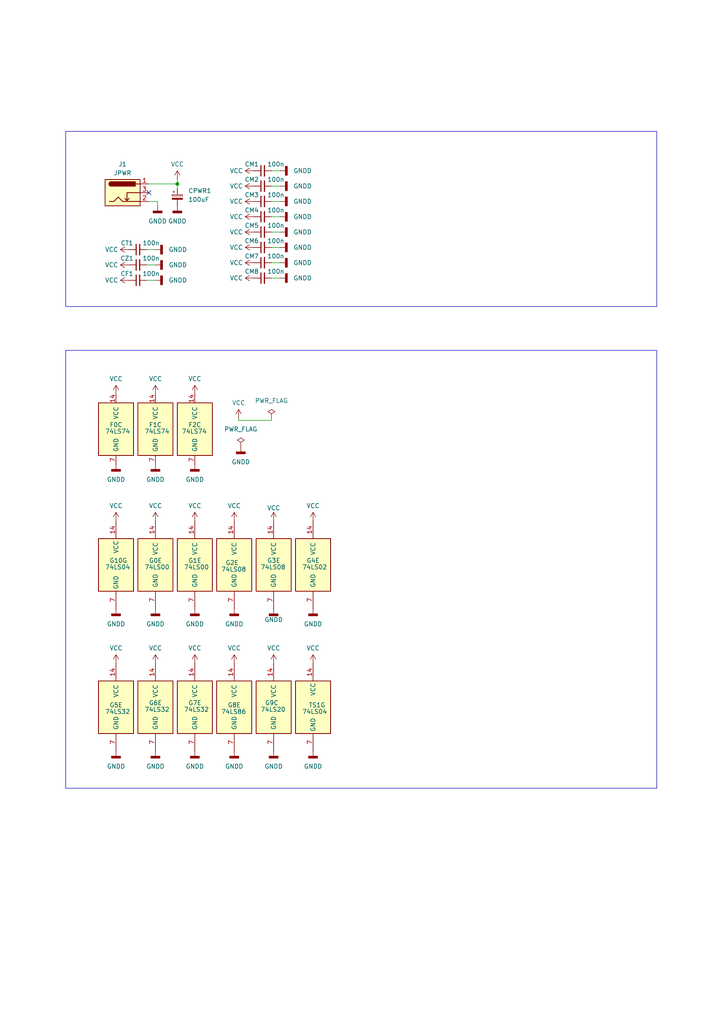
<source format=kicad_sch>
(kicad_sch (version 20231120) (generator "eeschema") (generator_version "8.0")
  (paper "A4" portrait)
  (title_block (title "Turbo Spectrum ( CoBra 2 ) ") (company "© 2022 The Cismas Foundation"))
  (lib_symbols
    (symbol "74xx:74LS00" (pin_names (offset 1.016))
      (property "Reference" "U" (at 0 1.27 0))
      (property "Value" "74LS00" (at 0 -1.27 0))
      (symbol "74LS00_1_1"
        (pin input line (at -7.62 2.54 0) (length 3.81) (name "~") (number "1"))
        (pin input line (at -7.62 -2.54 0) (length 3.81) (name "~") (number "2"))
        (pin output inverted (at 7.62 0 180) (length 3.81) (name "~") (number "3"))
      )
      (symbol "74LS00_1_2"
        (pin input inverted (at -7.62 2.54 0) (length 4.318) (name "~") (number "1"))
        (pin input inverted (at -7.62 -2.54 0) (length 4.318) (name "~") (number "2"))
        (pin output line (at 7.62 0 180) (length 3.81) (name "~") (number "3"))
      )
      (symbol "74LS00_2_1"
        (pin input line (at -7.62 2.54 0) (length 3.81) (name "~") (number "4"))
        (pin input line (at -7.62 -2.54 0) (length 3.81) (name "~") (number "5"))
        (pin output inverted (at 7.62 0 180) (length 3.81) (name "~") (number "6"))
      )
      (symbol "74LS00_2_2"
        (pin input inverted (at -7.62 2.54 0) (length 4.318) (name "~") (number "4"))
        (pin input inverted (at -7.62 -2.54 0) (length 4.318) (name "~") (number "5"))
        (pin output line (at 7.62 0 180) (length 3.81) (name "~") (number "6"))
      )
      (symbol "74LS00_3_1"
        (pin input line (at -7.62 -2.54 0) (length 3.81) (name "~") (number "10"))
        (pin output inverted (at 7.62 0 180) (length 3.81) (name "~") (number "8"))
        (pin input line (at -7.62 2.54 0) (length 3.81) (name "~") (number "9"))
      )
      (symbol "74LS00_3_2"
        (pin input inverted (at -7.62 -2.54 0) (length 4.318) (name "~") (number "10"))
        (pin output line (at 7.62 0 180) (length 3.81) (name "~") (number "8"))
        (pin input inverted (at -7.62 2.54 0) (length 4.318) (name "~") (number "9"))
      )
      (symbol "74LS00_4_1"
        (pin output inverted (at 7.62 0 180) (length 3.81) (name "~") (number "11"))
        (pin input line (at -7.62 2.54 0) (length 3.81) (name "~") (number "12"))
        (pin input line (at -7.62 -2.54 0) (length 3.81) (name "~") (number "13"))
      )
      (symbol "74LS00_4_2"
        (pin output line (at 7.62 0 180) (length 3.81) (name "~") (number "11"))
        (pin input inverted (at -7.62 2.54 0) (length 4.318) (name "~") (number "12"))
        (pin input inverted (at -7.62 -2.54 0) (length 4.318) (name "~") (number "13"))
      )
      (symbol "74LS00_5_0"
        (pin power_in line (at 0 12.7 270) (length 5.08) (name "VCC") (number "14"))
        (pin power_in line (at 0 -12.7 90) (length 5.08) (name "GND") (number "7"))
      )
    )
    (symbol "74xx:74LS02" (pin_names (offset 1.016))
      (property "Reference" "U" (at 0 1.27 0))
      (property "Value" "74LS02" (at 0 -1.27 0))
      (symbol "74LS02_1_1"
        (pin output inverted (at 7.62 0 180) (length 3.81) (name "~") (number "1"))
        (pin input line (at -7.62 2.54 0) (length 4.318) (name "~") (number "2"))
        (pin input line (at -7.62 -2.54 0) (length 4.318) (name "~") (number "3"))
      )
      (symbol "74LS02_1_2"
        (pin output line (at 7.62 0 180) (length 3.81) (name "~") (number "1"))
        (pin input inverted (at -7.62 2.54 0) (length 3.81) (name "~") (number "2"))
        (pin input inverted (at -7.62 -2.54 0) (length 3.81) (name "~") (number "3"))
      )
      (symbol "74LS02_2_1"
        (pin output inverted (at 7.62 0 180) (length 3.81) (name "~") (number "4"))
        (pin input line (at -7.62 2.54 0) (length 4.318) (name "~") (number "5"))
        (pin input line (at -7.62 -2.54 0) (length 4.318) (name "~") (number "6"))
      )
      (symbol "74LS02_2_2"
        (pin output line (at 7.62 0 180) (length 3.81) (name "~") (number "4"))
        (pin input inverted (at -7.62 2.54 0) (length 3.81) (name "~") (number "5"))
        (pin input inverted (at -7.62 -2.54 0) (length 3.81) (name "~") (number "6"))
      )
      (symbol "74LS02_3_1"
        (pin output inverted (at 7.62 0 180) (length 3.81) (name "~") (number "10"))
        (pin input line (at -7.62 2.54 0) (length 4.318) (name "~") (number "8"))
        (pin input line (at -7.62 -2.54 0) (length 4.318) (name "~") (number "9"))
      )
      (symbol "74LS02_3_2"
        (pin output line (at 7.62 0 180) (length 3.81) (name "~") (number "10"))
        (pin input inverted (at -7.62 2.54 0) (length 3.81) (name "~") (number "8"))
        (pin input inverted (at -7.62 -2.54 0) (length 3.81) (name "~") (number "9"))
      )
      (symbol "74LS02_4_1"
        (pin input line (at -7.62 2.54 0) (length 4.318) (name "~") (number "11"))
        (pin input line (at -7.62 -2.54 0) (length 4.318) (name "~") (number "12"))
        (pin output inverted (at 7.62 0 180) (length 3.81) (name "~") (number "13"))
      )
      (symbol "74LS02_4_2"
        (pin input inverted (at -7.62 2.54 0) (length 3.81) (name "~") (number "11"))
        (pin input inverted (at -7.62 -2.54 0) (length 3.81) (name "~") (number "12"))
        (pin output line (at 7.62 0 180) (length 3.81) (name "~") (number "13"))
      )
      (symbol "74LS02_5_0"
        (pin power_in line (at 0 12.7 270) (length 5.08) (name "VCC") (number "14"))
        (pin power_in line (at 0 -12.7 90) (length 5.08) (name "GND") (number "7"))
      )
    )
    (symbol "74xx:74LS04"
      (property "Reference" "U" (at 0 1.27 0))
      (property "Value" "74LS04" (at 0 -1.27 0))
      (symbol "74LS04_1_0"
        (pin input line (at -7.62 0 0) (length 3.81) (name "~") (number "1"))
        (pin output inverted (at 7.62 0 180) (length 3.81) (name "~") (number "2"))
      )
      (symbol "74LS04_2_0"
        (pin input line (at -7.62 0 0) (length 3.81) (name "~") (number "3"))
        (pin output inverted (at 7.62 0 180) (length 3.81) (name "~") (number "4"))
      )
      (symbol "74LS04_3_0"
        (pin input line (at -7.62 0 0) (length 3.81) (name "~") (number "5"))
        (pin output inverted (at 7.62 0 180) (length 3.81) (name "~") (number "6"))
      )
      (symbol "74LS04_4_0"
        (pin output inverted (at 7.62 0 180) (length 3.81) (name "~") (number "8"))
        (pin input line (at -7.62 0 0) (length 3.81) (name "~") (number "9"))
      )
      (symbol "74LS04_5_0"
        (pin output inverted (at 7.62 0 180) (length 3.81) (name "~") (number "10"))
        (pin input line (at -7.62 0 0) (length 3.81) (name "~") (number "11"))
      )
      (symbol "74LS04_6_0"
        (pin output inverted (at 7.62 0 180) (length 3.81) (name "~") (number "12"))
        (pin input line (at -7.62 0 0) (length 3.81) (name "~") (number "13"))
      )
      (symbol "74LS04_7_0"
        (pin power_in line (at 0 12.7 270) (length 5.08) (name "VCC") (number "14"))
        (pin power_in line (at 0 -12.7 90) (length 5.08) (name "GND") (number "7"))
      )
    )
    (symbol "74xx:74LS08" (pin_names (offset 1.016))
      (property "Reference" "U" (at 0 1.27 0))
      (property "Value" "74LS08" (at 0 -1.27 0))
      (symbol "74LS08_1_1"
        (pin input line (at -7.62 2.54 0) (length 3.81) (name "~") (number "1"))
        (pin input line (at -7.62 -2.54 0) (length 3.81) (name "~") (number "2"))
        (pin output line (at 7.62 0 180) (length 3.81) (name "~") (number "3"))
      )
      (symbol "74LS08_1_2"
        (pin input inverted (at -7.62 2.54 0) (length 4.318) (name "~") (number "1"))
        (pin input inverted (at -7.62 -2.54 0) (length 4.318) (name "~") (number "2"))
        (pin output inverted (at 7.62 0 180) (length 3.81) (name "~") (number "3"))
      )
      (symbol "74LS08_2_1"
        (pin input line (at -7.62 2.54 0) (length 3.81) (name "~") (number "4"))
        (pin input line (at -7.62 -2.54 0) (length 3.81) (name "~") (number "5"))
        (pin output line (at 7.62 0 180) (length 3.81) (name "~") (number "6"))
      )
      (symbol "74LS08_2_2"
        (pin input inverted (at -7.62 2.54 0) (length 4.318) (name "~") (number "4"))
        (pin input inverted (at -7.62 -2.54 0) (length 4.318) (name "~") (number "5"))
        (pin output inverted (at 7.62 0 180) (length 3.81) (name "~") (number "6"))
      )
      (symbol "74LS08_3_1"
        (pin input line (at -7.62 -2.54 0) (length 3.81) (name "~") (number "10"))
        (pin output line (at 7.62 0 180) (length 3.81) (name "~") (number "8"))
        (pin input line (at -7.62 2.54 0) (length 3.81) (name "~") (number "9"))
      )
      (symbol "74LS08_3_2"
        (pin input inverted (at -7.62 -2.54 0) (length 4.318) (name "~") (number "10"))
        (pin output inverted (at 7.62 0 180) (length 3.81) (name "~") (number "8"))
        (pin input inverted (at -7.62 2.54 0) (length 4.318) (name "~") (number "9"))
      )
      (symbol "74LS08_4_1"
        (pin output line (at 7.62 0 180) (length 3.81) (name "~") (number "11"))
        (pin input line (at -7.62 2.54 0) (length 3.81) (name "~") (number "12"))
        (pin input line (at -7.62 -2.54 0) (length 3.81) (name "~") (number "13"))
      )
      (symbol "74LS08_4_2"
        (pin output inverted (at 7.62 0 180) (length 3.81) (name "~") (number "11"))
        (pin input inverted (at -7.62 2.54 0) (length 4.318) (name "~") (number "12"))
        (pin input inverted (at -7.62 -2.54 0) (length 4.318) (name "~") (number "13"))
      )
      (symbol "74LS08_5_0"
        (pin power_in line (at 0 12.7 270) (length 5.08) (name "VCC") (number "14"))
        (pin power_in line (at 0 -12.7 90) (length 5.08) (name "GND") (number "7"))
      )
    )
    (symbol "74xx:74LS20" (pin_names (offset 1.016))
      (property "Reference" "U" (at 0 1.27 0))
      (property "Value" "74LS20" (at 0 -1.27 0))
      (symbol "74LS20_1_1"
        (pin input line (at -7.62 3.81 0) (length 3.81) (name "~") (number "1"))
        (pin input line (at -7.62 1.27 0) (length 3.81) (name "~") (number "2"))
        (pin input line (at -7.62 -1.27 0) (length 3.81) (name "~") (number "4"))
        (pin input line (at -7.62 -3.81 0) (length 3.81) (name "~") (number "5"))
        (pin output inverted (at 7.62 0 180) (length 3.81) (name "~") (number "6"))
      )
      (symbol "74LS20_1_2"
        (pin input inverted (at -7.62 3.81 0) (length 3.81) (name "~") (number "1"))
        (pin input inverted (at -7.62 1.27 0) (length 4.826) (name "~") (number "2"))
        (pin input inverted (at -7.62 -1.27 0) (length 4.826) (name "~") (number "4"))
        (pin input inverted (at -7.62 -3.81 0) (length 3.81) (name "~") (number "5"))
        (pin output line (at 7.62 0 180) (length 3.81) (name "~") (number "6"))
      )
      (symbol "74LS20_2_1"
        (pin input line (at -7.62 1.27 0) (length 3.81) (name "~") (number "10"))
        (pin input line (at -7.62 -1.27 0) (length 3.81) (name "~") (number "12"))
        (pin input line (at -7.62 -3.81 0) (length 3.81) (name "~") (number "13"))
        (pin output inverted (at 7.62 0 180) (length 3.81) (name "~") (number "8"))
        (pin input line (at -7.62 3.81 0) (length 3.81) (name "~") (number "9"))
      )
      (symbol "74LS20_2_2"
        (pin input inverted (at -7.62 1.27 0) (length 4.826) (name "~") (number "10"))
        (pin input inverted (at -7.62 -1.27 0) (length 4.826) (name "~") (number "12"))
        (pin input inverted (at -7.62 -3.81 0) (length 3.81) (name "~") (number "13"))
        (pin output line (at 7.62 0 180) (length 3.81) (name "~") (number "8"))
        (pin input inverted (at -7.62 3.81 0) (length 3.81) (name "~") (number "9"))
      )
      (symbol "74LS20_3_0"
        (pin power_in line (at 0 12.7 270) (length 5.08) (name "VCC") (number "14"))
        (pin power_in line (at 0 -12.7 90) (length 5.08) (name "GND") (number "7"))
      )
    )
    (symbol "74xx:74LS32" (pin_names (offset 1.016))
      (property "Reference" "U" (at 0 1.27 0))
      (property "Value" "74LS32" (at 0 -1.27 0))
      (symbol "74LS32_1_1"
        (pin input line (at -7.62 2.54 0) (length 4.318) (name "~") (number "1"))
        (pin input line (at -7.62 -2.54 0) (length 4.318) (name "~") (number "2"))
        (pin output line (at 7.62 0 180) (length 3.81) (name "~") (number "3"))
      )
      (symbol "74LS32_1_2"
        (pin input inverted (at -7.62 2.54 0) (length 3.81) (name "~") (number "1"))
        (pin input inverted (at -7.62 -2.54 0) (length 3.81) (name "~") (number "2"))
        (pin output inverted (at 7.62 0 180) (length 3.81) (name "~") (number "3"))
      )
      (symbol "74LS32_2_1"
        (pin input line (at -7.62 2.54 0) (length 4.318) (name "~") (number "4"))
        (pin input line (at -7.62 -2.54 0) (length 4.318) (name "~") (number "5"))
        (pin output line (at 7.62 0 180) (length 3.81) (name "~") (number "6"))
      )
      (symbol "74LS32_2_2"
        (pin input inverted (at -7.62 2.54 0) (length 3.81) (name "~") (number "4"))
        (pin input inverted (at -7.62 -2.54 0) (length 3.81) (name "~") (number "5"))
        (pin output inverted (at 7.62 0 180) (length 3.81) (name "~") (number "6"))
      )
      (symbol "74LS32_3_1"
        (pin input line (at -7.62 -2.54 0) (length 4.318) (name "~") (number "10"))
        (pin output line (at 7.62 0 180) (length 3.81) (name "~") (number "8"))
        (pin input line (at -7.62 2.54 0) (length 4.318) (name "~") (number "9"))
      )
      (symbol "74LS32_3_2"
        (pin input inverted (at -7.62 -2.54 0) (length 3.81) (name "~") (number "10"))
        (pin output inverted (at 7.62 0 180) (length 3.81) (name "~") (number "8"))
        (pin input inverted (at -7.62 2.54 0) (length 3.81) (name "~") (number "9"))
      )
      (symbol "74LS32_4_1"
        (pin output line (at 7.62 0 180) (length 3.81) (name "~") (number "11"))
        (pin input line (at -7.62 2.54 0) (length 4.318) (name "~") (number "12"))
        (pin input line (at -7.62 -2.54 0) (length 4.318) (name "~") (number "13"))
      )
      (symbol "74LS32_4_2"
        (pin output inverted (at 7.62 0 180) (length 3.81) (name "~") (number "11"))
        (pin input inverted (at -7.62 2.54 0) (length 3.81) (name "~") (number "12"))
        (pin input inverted (at -7.62 -2.54 0) (length 3.81) (name "~") (number "13"))
      )
      (symbol "74LS32_5_0"
        (pin power_in line (at 0 12.7 270) (length 5.08) (name "VCC") (number "14"))
        (pin power_in line (at 0 -12.7 90) (length 5.08) (name "GND") (number "7"))
      )
    )
    (symbol "74xx:74LS74" (pin_names (offset 1.016))
      (property "Reference" "U" (at -7.62 8.89 0))
      (property "Value" "74LS74" (at -7.62 -8.89 0))
      (symbol "74LS74_1_0"
        (pin input line (at 0 -7.62 90) (length 2.54) (name "~{R}") (number "1"))
        (pin input line (at -7.62 2.54 0) (length 2.54) (name "D") (number "2"))
        (pin input clock (at -7.62 0 0) (length 2.54) (name "C") (number "3"))
        (pin input line (at 0 7.62 270) (length 2.54) (name "~{S}") (number "4"))
        (pin output line (at 7.62 2.54 180) (length 2.54) (name "Q") (number "5"))
        (pin output line (at 7.62 -2.54 180) (length 2.54) (name "~{Q}") (number "6"))
      )
      (symbol "74LS74_2_0"
        (pin input line (at 0 7.62 270) (length 2.54) (name "~{S}") (number "10"))
        (pin input clock (at -7.62 0 0) (length 2.54) (name "C") (number "11"))
        (pin input line (at -7.62 2.54 0) (length 2.54) (name "D") (number "12"))
        (pin input line (at 0 -7.62 90) (length 2.54) (name "~{R}") (number "13"))
        (pin output line (at 7.62 -2.54 180) (length 2.54) (name "~{Q}") (number "8"))
        (pin output line (at 7.62 2.54 180) (length 2.54) (name "Q") (number "9"))
      )
      (symbol "74LS74_3_0"
        (pin power_in line (at 0 10.16 270) (length 2.54) (name "VCC") (number "14"))
        (pin power_in line (at 0 -10.16 90) (length 2.54) (name "GND") (number "7"))
      )
    )
    (symbol "74xx:74LS86" (pin_names (offset 1.016))
      (property "Reference" "U" (at 0 1.27 0))
      (property "Value" "74LS86" (at 0 -1.27 0))
      (symbol "74LS86_1_0"
        (pin input line (at -7.62 2.54 0) (length 4.445) (name "~") (number "1"))
        (pin input line (at -7.62 -2.54 0) (length 4.445) (name "~") (number "2"))
        (pin output line (at 7.62 0 180) (length 3.81) (name "~") (number "3"))
      )
      (symbol "74LS86_2_0"
        (pin input line (at -7.62 2.54 0) (length 4.445) (name "~") (number "4"))
        (pin input line (at -7.62 -2.54 0) (length 4.445) (name "~") (number "5"))
        (pin output line (at 7.62 0 180) (length 3.81) (name "~") (number "6"))
      )
      (symbol "74LS86_3_0"
        (pin input line (at -7.62 -2.54 0) (length 4.445) (name "~") (number "10"))
        (pin output line (at 7.62 0 180) (length 3.81) (name "~") (number "8"))
        (pin input line (at -7.62 2.54 0) (length 4.445) (name "~") (number "9"))
      )
      (symbol "74LS86_4_0"
        (pin output line (at 7.62 0 180) (length 3.81) (name "~") (number "11"))
        (pin input line (at -7.62 2.54 0) (length 4.445) (name "~") (number "12"))
        (pin input line (at -7.62 -2.54 0) (length 4.445) (name "~") (number "13"))
      )
      (symbol "74LS86_5_0"
        (pin power_in line (at 0 12.7 270) (length 5.08) (name "VCC") (number "14"))
        (pin power_in line (at 0 -12.7 90) (length 5.08) (name "GND") (number "7"))
      )
    )
    (symbol "Connector:Barrel_Jack_Switch" (pin_names hide)
      (property "Reference" "J" (at 0 5.334 0))
      (property "Value" "Barrel_Jack_Switch" (at 0 -5.08 0))
      (symbol "Barrel_Jack_Switch_1_1"
        (pin passive line (at 7.62 2.54 180) (length 2.54) (name "~") (number "1"))
        (pin passive line (at 7.62 -2.54 180) (length 2.54) (name "~") (number "2"))
        (pin passive line (at 7.62 0 180) (length 2.54) (name "~") (number "3"))
      )
    )
    (symbol "Device:C_Polarized_Small" (pin_numbers hide) (pin_names (offset 0.254) hide)
      (property "Reference" "C" (at 0.254 1.778 0))
      (property "Value" "C_Polarized_Small" (at 0.254 -2.032 0))
      (symbol "C_Polarized_Small_1_1"
        (pin passive line (at 0 2.54 270) (length 1.8542) (name "~") (number "1"))
        (pin passive line (at 0 -2.54 90) (length 1.8542) (name "~") (number "2"))
      )
    )
    (symbol "Device:C_Small" (pin_numbers hide) (pin_names (offset 0.254) hide)
      (property "Reference" "C" (at 0.254 1.778 0))
      (property "Value" "C_Small" (at 0.254 -2.032 0))
      (symbol "C_Small_1_1"
        (pin passive line (at 0 2.54 270) (length 2.032) (name "~") (number "1"))
        (pin passive line (at 0 -2.54 90) (length 2.032) (name "~") (number "2"))
      )
    )
    (symbol "power:GNDD" (power) (pin_numbers hide) (pin_names (offset 0) hide)
      (property "Value" "GNDD" (at 0 -3.175 0))
      (symbol "GNDD_1_1"
        (pin power_in line (at 0 0 270) (length 0) (name "~") (number "1"))
      )
    )
    (symbol "power:PWR_FLAG" (power) (pin_numbers hide) (pin_names (offset 0) hide)
      (property "Value" "PWR_FLAG" (at 0 3.81 0))
      (symbol "PWR_FLAG_0_0"
        (pin power_out line (at 0 0 90) (length 0) (name "~") (number "1"))
      )
    )
    (symbol "power:VCC" (power) (pin_numbers hide) (pin_names (offset 0) hide)
      (property "Value" "VCC" (at 0 3.556 0))
      (symbol "VCC_1_1"
        (pin power_in line (at 0 0 90) (length 0) (name "~") (number "1"))
      )
    )
  )
  (junction (at 51.435 53.34))
  (no_connect (at 43.18 55.88))
  (wire (pts (xy 78.74 121.285) (xy 78.74 121.92)))
  (wire (pts (xy 81.28 58.42) (xy 78.74 58.42)))
  (wire (pts (xy 81.28 62.865) (xy 78.74 62.865)))
  (wire (pts (xy 45.085 76.835) (xy 42.545 76.835)))
  (wire (pts (xy 51.435 53.34) (xy 51.435 54.61)))
  (wire (pts (xy 45.085 81.28) (xy 42.545 81.28)))
  (wire (pts (xy 45.72 58.42) (xy 45.72 59.69)))
  (wire (pts (xy 81.28 76.2) (xy 78.74 76.2)))
  (wire (pts (xy 51.435 52.07) (xy 51.435 53.34)))
  (wire (pts (xy 81.28 71.755) (xy 78.74 71.755)))
  (wire (pts (xy 81.28 80.645) (xy 78.74 80.645)))
  (wire (pts (xy 43.18 53.34) (xy 51.435 53.34)))
  (wire (pts (xy 69.215 121.92) (xy 78.74 121.92)))
  (wire (pts (xy 45.085 72.39) (xy 42.545 72.39)))
  (wire (pts (xy 81.28 53.975) (xy 78.74 53.975)))
  (wire (pts (xy 81.28 49.53) (xy 78.74 49.53)))
  (wire (pts (xy 69.215 121.285) (xy 69.215 121.92)))
  (wire (pts (xy 43.18 58.42) (xy 45.72 58.42)))
  (wire (pts (xy 81.28 67.31) (xy 78.74 67.31)))
  (rectangle (start 19.05 38.1) (end 190.5 88.9))
  (rectangle (start 19.05 101.6) (end 190.5 228.6))
  (symbol (lib_id "power:VCC") (at 90.805 151.13 0) (unit 1)
    (property "Reference" "#PWR010" (effects (hide yes)))
    (property "Value" "VCC" (at 90.805 146.685 0))
    (property "Description" "Power symbol creates a global label with name \"VCC\"" (effects (hide yes)))
  )
  (symbol (lib_id "Connector:Barrel_Jack_Switch") (at 35.56 55.88 0) (unit 1)
    (property "Reference" "J1" (at 35.56 47.625 0))
    (property "Value" "JPWR" (at 35.56 50.165 0))
    (property "Footprint" "Connector_BarrelJack:BarrelJack_GCT_DCJ200-10-A_Horizontal" (effects (hide yes)))
    (property "Description" "DC Barrel Jack with an internal switch" (effects (hide yes)))
  )
  (symbol (lib_id "Device:C_Small") (at 76.2 71.755 90) (unit 1)
    (property "Reference" "CM6" (at 73.025 69.85 90))
    (property "Value" "100n" (at 80.01 69.85 90))
    (property "Footprint" "Capacitor_THT:C_Disc_D3.0mm_W1.6mm_P2.50mm" (effects (hide yes)))
    (property "Description" "Unpolarized capacitor, small symbol" (effects (hide yes)))
  )
  (symbol (lib_id "power:VCC") (at 33.655 192.405 0) (unit 1)
    (property "Reference" "#PWR022" (effects (hide yes)))
    (property "Value" "VCC" (at 33.655 187.96 0))
    (property "Description" "Power symbol creates a global label with name \"VCC\"" (effects (hide yes)))
  )
  (symbol (lib_id "power:VCC") (at 37.465 81.28 90) (unit 1)
    (property "Reference" "#PWR07" (effects (hide yes)))
    (property "Value" "VCC" (at 34.29 81.2799 90) (effects (justify left)))
    (property "Description" "Power symbol creates a global label with name \"VCC\"" (effects (hide yes)))
  )
  (symbol (lib_id "power:GNDD") (at 81.28 67.31 90) (unit 1)
    (property "Reference" "#PWR0117" (effects (hide yes)))
    (property "Value" "GNDD" (at 85.09 67.3099 90) (effects (justify right)))
    (property "Description" "Power symbol creates a global label with name \"GNDD\" , digital ground" (effects (hide yes)))
  )
  (symbol (lib_id "power:VCC") (at 56.515 114.3 0) (unit 1)
    (property "Reference" "#PWR08" (effects (hide yes)))
    (property "Value" "VCC" (at 56.515 109.855 0))
    (property "Description" "Power symbol creates a global label with name \"VCC\"" (effects (hide yes)))
  )
  (symbol (lib_id "74xx:74LS02") (at 90.805 163.83 0) (unit 5)
    (property "Reference" "G4" (at 88.9 162.56 0) (effects (justify left)))
    (property "Value" "74LS02" (at 87.63 164.465 0) (effects (justify left)))
    (property "Footprint" "Package_DIP:DIP-14_W7.62mm" (effects (hide yes)))
    (property "Datasheet" "http://www.ti.com/lit/gpn/sn74ls02" (effects (hide yes)))
    (property "Description" "quad 2-input NOR gate" (effects (hide yes)))
  )
  (symbol (lib_id "power:GNDD") (at 33.655 134.62 0) (unit 1)
    (property "Reference" "#PWR0207" (effects (hide yes)))
    (property "Value" "GNDD" (at 33.655 139.065 0))
    (property "Description" "Power symbol creates a global label with name \"GNDD\" , digital ground" (effects (hide yes)))
  )
  (symbol (lib_id "74xx:74LS08") (at 79.375 163.83 0) (unit 5)
    (property "Reference" "G3" (at 77.47 162.56 0) (effects (justify left)))
    (property "Value" "74LS08" (at 75.565 164.465 0) (effects (justify left)))
    (property "Footprint" "Package_DIP:DIP-14_W7.62mm" (effects (hide yes)))
    (property "Datasheet" "http://www.ti.com/lit/gpn/sn74LS08" (effects (hide yes)))
    (property "Description" "Quad And2" (effects (hide yes)))
  )
  (symbol (lib_id "power:GNDD") (at 67.945 217.805 0) (unit 1)
    (property "Reference" "#PWR0110" (effects (hide yes)))
    (property "Value" "GNDD" (at 67.945 222.25 0))
    (property "Description" "Power symbol creates a global label with name \"GNDD\" , digital ground" (effects (hide yes)))
  )
  (symbol (lib_id "power:VCC") (at 73.66 67.31 90) (unit 1)
    (property "Reference" "#PWR0105" (effects (hide yes)))
    (property "Value" "VCC" (at 70.485 67.3099 90) (effects (justify left)))
    (property "Description" "Power symbol creates a global label with name \"VCC\"" (effects (hide yes)))
  )
  (symbol (lib_id "power:VCC") (at 73.66 71.755 90) (unit 1)
    (property "Reference" "#PWR0106" (effects (hide yes)))
    (property "Value" "VCC" (at 70.485 71.7549 90) (effects (justify left)))
    (property "Description" "Power symbol creates a global label with name \"VCC\"" (effects (hide yes)))
  )
  (symbol (lib_id "power:VCC") (at 33.655 151.13 0) (unit 1)
    (property "Reference" "#PWR0111" (effects (hide yes)))
    (property "Value" "VCC" (at 33.655 146.685 0))
    (property "Description" "Power symbol creates a global label with name \"VCC\"" (effects (hide yes)))
  )
  (symbol (lib_id "power:GNDD") (at 81.28 76.2 90) (unit 1)
    (property "Reference" "#PWR0119" (effects (hide yes)))
    (property "Value" "GNDD" (at 85.09 76.1999 90) (effects (justify right)))
    (property "Description" "Power symbol creates a global label with name \"GNDD\" , digital ground" (effects (hide yes)))
  )
  (symbol (lib_id "Device:C_Small") (at 76.2 67.31 90) (unit 1)
    (property "Reference" "CM5" (at 73.025 65.405 90))
    (property "Value" "100n" (at 80.01 65.405 90))
    (property "Footprint" "Capacitor_THT:C_Disc_D3.0mm_W1.6mm_P2.50mm" (effects (hide yes)))
    (property "Description" "Unpolarized capacitor, small symbol" (effects (hide yes)))
  )
  (symbol (lib_id "power:VCC") (at 51.435 52.07 0) (unit 1)
    (property "Reference" "#PWR020" (effects (hide yes)))
    (property "Value" "VCC" (at 51.435 47.625 0))
    (property "Description" "Power symbol creates a global label with name \"VCC\"" (effects (hide yes)))
  )
  (symbol (lib_id "74xx:74LS74") (at 56.515 124.46 0) (unit 3)
    (property "Reference" "F2" (at 54.61 123.19 0) (effects (justify left)))
    (property "Value" "74LS74" (at 52.705 125.095 0) (effects (justify left)))
    (property "Footprint" "Package_DIP:DIP-14_W7.62mm" (effects (hide yes)))
    (property "Datasheet" "74xx/74hc_hct74.pdf" (effects (hide yes)))
    (property "Description" "Dual D Flip-flop, Set & Reset" (effects (hide yes)))
  )
  (symbol (lib_id "power:GNDD") (at 81.28 53.975 90) (unit 1)
    (property "Reference" "#PWR0114" (effects (hide yes)))
    (property "Value" "GNDD" (at 85.09 53.9749 90) (effects (justify right)))
    (property "Description" "Power symbol creates a global label with name \"GNDD\" , digital ground" (effects (hide yes)))
  )
  (symbol (lib_id "power:VCC") (at 73.66 80.645 90) (unit 1)
    (property "Reference" "#PWR0108" (effects (hide yes)))
    (property "Value" "VCC" (at 70.485 80.6449 90) (effects (justify left)))
    (property "Description" "Power symbol creates a global label with name \"VCC\"" (effects (hide yes)))
  )
  (symbol (lib_id "power:GNDD") (at 45.085 76.835 90) (unit 1)
    (property "Reference" "#PWR013" (effects (hide yes)))
    (property "Value" "GNDD" (at 48.895 76.8349 90) (effects (justify right)))
    (property "Description" "Power symbol creates a global label with name \"GNDD\" , digital ground" (effects (hide yes)))
  )
  (symbol (lib_id "power:GNDD") (at 81.28 49.53 90) (unit 1)
    (property "Reference" "#PWR0113" (effects (hide yes)))
    (property "Value" "GNDD" (at 85.09 49.5299 90) (effects (justify right)))
    (property "Description" "Power symbol creates a global label with name \"GNDD\" , digital ground" (effects (hide yes)))
  )
  (symbol (lib_id "power:GNDD") (at 33.655 176.53 0) (unit 1)
    (property "Reference" "#PWR0112" (effects (hide yes)))
    (property "Value" "GNDD" (at 33.655 180.975 0))
    (property "Description" "Power symbol creates a global label with name \"GNDD\" , digital ground" (effects (hide yes)))
  )
  (symbol (lib_id "74xx:74LS32") (at 56.515 205.105 0) (unit 5)
    (property "Reference" "G7" (at 54.61 203.835 0) (effects (justify left)))
    (property "Value" "74LS32" (at 53.34 205.74 0) (effects (justify left)))
    (property "Footprint" "Package_DIP:DIP-14_W7.62mm" (effects (hide yes)))
    (property "Datasheet" "http://www.ti.com/lit/gpn/sn74LS32" (effects (hide yes)))
    (property "Description" "Quad 2-input OR" (effects (hide yes)))
  )
  (symbol (lib_id "74xx:74LS32") (at 45.085 205.105 0) (unit 5)
    (property "Reference" "G6" (at 43.18 203.835 0) (effects (justify left)))
    (property "Value" "74LS32" (at 41.91 205.74 0) (effects (justify left)))
    (property "Footprint" "Package_DIP:DIP-14_W7.62mm" (effects (hide yes)))
    (property "Datasheet" "http://www.ti.com/lit/gpn/sn74LS32" (effects (hide yes)))
    (property "Description" "Quad 2-input OR" (effects (hide yes)))
  )
  (symbol (lib_id "power:VCC") (at 73.66 49.53 90) (unit 1)
    (property "Reference" "#PWR0101" (effects (hide yes)))
    (property "Value" "VCC" (at 70.485 49.5299 90) (effects (justify left)))
    (property "Description" "Power symbol creates a global label with name \"VCC\"" (effects (hide yes)))
  )
  (symbol (lib_id "power:GNDD") (at 90.805 217.805 0) (unit 1)
    (property "Reference" "#PWR0124" (effects (hide yes)))
    (property "Value" "GNDD" (at 90.805 222.25 0))
    (property "Description" "Power symbol creates a global label with name \"GNDD\" , digital ground" (effects (hide yes)))
  )
  (symbol (lib_id "power:GNDD") (at 33.655 217.805 0) (unit 1)
    (property "Reference" "#PWR023" (effects (hide yes)))
    (property "Value" "GNDD" (at 33.655 222.25 0))
    (property "Description" "Power symbol creates a global label with name \"GNDD\" , digital ground" (effects (hide yes)))
  )
  (symbol (lib_id "power:VCC") (at 73.66 58.42 90) (unit 1)
    (property "Reference" "#PWR0103" (effects (hide yes)))
    (property "Value" "VCC" (at 70.485 58.4199 90) (effects (justify left)))
    (property "Description" "Power symbol creates a global label with name \"VCC\"" (effects (hide yes)))
  )
  (symbol (lib_id "power:VCC") (at 56.515 151.13 0) (unit 1)
    (property "Reference" "#PWR03" (effects (hide yes)))
    (property "Value" "VCC" (at 56.515 146.685 0))
    (property "Description" "Power symbol creates a global label with name \"VCC\"" (effects (hide yes)))
  )
  (symbol (lib_id "74xx:74LS32") (at 33.655 205.105 0) (unit 5)
    (property "Reference" "G5" (at 31.75 204.47 0) (effects (justify left)))
    (property "Value" "74LS32" (at 30.48 206.375 0) (effects (justify left)))
    (property "Footprint" "Package_DIP:DIP-14_W7.62mm" (effects (hide yes)))
    (property "Datasheet" "http://www.ti.com/lit/gpn/sn74LS32" (effects (hide yes)))
    (property "Description" "Quad 2-input OR" (effects (hide yes)))
  )
  (symbol (lib_id "power:VCC") (at 37.465 76.835 90) (unit 1)
    (property "Reference" "#PWR06" (effects (hide yes)))
    (property "Value" "VCC" (at 34.29 76.8349 90) (effects (justify left)))
    (property "Description" "Power symbol creates a global label with name \"VCC\"" (effects (hide yes)))
  )
  (symbol (lib_id "power:GNDD") (at 56.515 217.805 0) (unit 1)
    (property "Reference" "#PWR0122" (effects (hide yes)))
    (property "Value" "GNDD" (at 56.515 222.25 0))
    (property "Description" "Power symbol creates a global label with name \"GNDD\" , digital ground" (effects (hide yes)))
  )
  (symbol (lib_id "power:GNDD") (at 81.28 71.755 90) (unit 1)
    (property "Reference" "#PWR0118" (effects (hide yes)))
    (property "Value" "GNDD" (at 85.09 71.7549 90) (effects (justify right)))
    (property "Description" "Power symbol creates a global label with name \"GNDD\" , digital ground" (effects (hide yes)))
  )
  (symbol (lib_id "power:GNDD") (at 45.085 217.805 0) (unit 1)
    (property "Reference" "#PWR019" (effects (hide yes)))
    (property "Value" "GNDD" (at 45.085 222.25 0))
    (property "Description" "Power symbol creates a global label with name \"GNDD\" , digital ground" (effects (hide yes)))
  )
  (symbol (lib_id "power:VCC") (at 73.66 62.865 90) (unit 1)
    (property "Reference" "#PWR0104" (effects (hide yes)))
    (property "Value" "VCC" (at 70.485 62.8649 90) (effects (justify left)))
    (property "Description" "Power symbol creates a global label with name \"VCC\"" (effects (hide yes)))
  )
  (symbol (lib_id "power:GNDD") (at 45.085 134.62 0) (unit 1)
    (property "Reference" "#PWR02" (effects (hide yes)))
    (property "Value" "GNDD" (at 45.085 139.065 0))
    (property "Description" "Power symbol creates a global label with name \"GNDD\" , digital ground" (effects (hide yes)))
  )
  (symbol (lib_id "74xx:74LS74") (at 33.655 124.46 0) (unit 3)
    (property "Reference" "F0" (at 31.75 123.19 0) (effects (justify left)))
    (property "Value" "74LS74" (at 30.48 125.095 0) (effects (justify left)))
    (property "Footprint" "Package_DIP:DIP-14_W7.62mm" (effects (hide yes)))
    (property "Datasheet" "74xx/74hc_hct74.pdf" (effects (hide yes)))
    (property "Description" "Dual D Flip-flop, Set & Reset" (effects (hide yes)))
  )
  (symbol (lib_id "power:GNDD") (at 45.085 72.39 90) (unit 1)
    (property "Reference" "#PWR012" (effects (hide yes)))
    (property "Value" "GNDD" (at 48.895 72.3899 90) (effects (justify right)))
    (property "Description" "Power symbol creates a global label with name \"GNDD\" , digital ground" (effects (hide yes)))
  )
  (symbol (lib_id "Device:C_Small") (at 76.2 53.975 90) (unit 1)
    (property "Reference" "CM2" (at 73.025 52.07 90))
    (property "Value" "100n" (at 80.01 52.07 90))
    (property "Footprint" "Capacitor_THT:C_Disc_D3.0mm_W1.6mm_P2.50mm" (effects (hide yes)))
    (property "Description" "Unpolarized capacitor, small symbol" (effects (hide yes)))
  )
  (symbol (lib_id "power:GNDD") (at 81.28 80.645 90) (unit 1)
    (property "Reference" "#PWR0120" (effects (hide yes)))
    (property "Value" "GNDD" (at 85.09 80.6449 90) (effects (justify right)))
    (property "Description" "Power symbol creates a global label with name \"GNDD\" , digital ground" (effects (hide yes)))
  )
  (symbol (lib_id "power:PWR_FLAG") (at 69.85 129.54 0) (unit 1)
    (property "Reference" "#FLG02" (effects (hide yes)))
    (property "Value" "PWR_FLAG" (at 69.85 124.46 0))
    (property "Description" "Special symbol for telling ERC where power comes from" (effects (hide yes)))
  )
  (symbol (lib_id "power:GNDD") (at 56.515 176.53 0) (unit 1)
    (property "Reference" "#PWR04" (effects (hide yes)))
    (property "Value" "GNDD" (at 56.515 180.975 0))
    (property "Description" "Power symbol creates a global label with name \"GNDD\" , digital ground" (effects (hide yes)))
  )
  (symbol (lib_id "power:GNDD") (at 45.085 81.28 90) (unit 1)
    (property "Reference" "#PWR014" (effects (hide yes)))
    (property "Value" "GNDD" (at 48.895 81.2799 90) (effects (justify right)))
    (property "Description" "Power symbol creates a global label with name \"GNDD\" , digital ground" (effects (hide yes)))
  )
  (symbol (lib_id "power:GNDD") (at 79.375 176.53 0) (unit 1)
    (property "Reference" "#PWR0203" (effects (hide yes)))
    (property "Value" "GNDD" (at 79.375 179.705 0))
    (property "Description" "Power symbol creates a global label with name \"GNDD\" , digital ground" (effects (hide yes)))
  )
  (symbol (lib_id "Device:C_Small") (at 40.005 81.28 90) (unit 1)
    (property "Reference" "CF1" (at 36.83 79.375 90))
    (property "Value" "100n" (at 43.815 79.375 90))
    (property "Footprint" "Capacitor_THT:C_Disc_D3.0mm_W1.6mm_P2.50mm" (effects (hide yes)))
    (property "Description" "Unpolarized capacitor, small symbol" (effects (hide yes)))
  )
  (symbol (lib_id "power:VCC") (at 67.945 192.405 0) (unit 1)
    (property "Reference" "#PWR0109" (effects (hide yes)))
    (property "Value" "VCC" (at 67.945 187.96 0))
    (property "Description" "Power symbol creates a global label with name \"VCC\"" (effects (hide yes)))
  )
  (symbol (lib_id "74xx:74LS04") (at 90.805 205.105 0) (unit 7)
    (property "Reference" "TS1" (at 89.535 204.47 0) (effects (justify left)))
    (property "Value" "74LS04" (at 87.63 206.375 0) (effects (justify left)))
    (property "Footprint" "Package_DIP:DIP-14_W7.62mm" (effects (hide yes)))
    (property "Datasheet" "http://www.ti.com/lit/gpn/sn74LS04" (effects (hide yes)))
    (property "Description" "Hex Inverter" (effects (hide yes)))
  )
  (symbol (lib_id "power:GNDD") (at 81.28 62.865 90) (unit 1)
    (property "Reference" "#PWR0116" (effects (hide yes)))
    (property "Value" "GNDD" (at 85.09 62.8649 90) (effects (justify right)))
    (property "Description" "Power symbol creates a global label with name \"GNDD\" , digital ground" (effects (hide yes)))
  )
  (symbol (lib_id "power:GNDD") (at 69.85 129.54 0) (unit 1)
    (property "Reference" "#PWR0143" (effects (hide yes)))
    (property "Value" "GNDD" (at 69.85 133.985 0))
    (property "Description" "Power symbol creates a global label with name \"GNDD\" , digital ground" (effects (hide yes)))
  )
  (symbol (lib_id "Device:C_Small") (at 76.2 80.645 90) (unit 1)
    (property "Reference" "CM8" (at 73.025 78.74 90))
    (property "Value" "100n" (at 80.01 78.74 90))
    (property "Footprint" "Capacitor_THT:C_Disc_D3.0mm_W1.6mm_P2.50mm" (effects (hide yes)))
    (property "Description" "Unpolarized capacitor, small symbol" (effects (hide yes)))
  )
  (symbol (lib_id "power:VCC") (at 73.66 76.2 90) (unit 1)
    (property "Reference" "#PWR0107" (effects (hide yes)))
    (property "Value" "VCC" (at 70.485 76.1999 90) (effects (justify left)))
    (property "Description" "Power symbol creates a global label with name \"VCC\"" (effects (hide yes)))
  )
  (symbol (lib_id "power:VCC") (at 37.465 72.39 90) (unit 1)
    (property "Reference" "#PWR05" (effects (hide yes)))
    (property "Value" "VCC" (at 34.29 72.3899 90) (effects (justify left)))
    (property "Description" "Power symbol creates a global label with name \"VCC\"" (effects (hide yes)))
  )
  (symbol (lib_id "power:GNDD") (at 67.945 176.53 0) (unit 1)
    (property "Reference" "#PWR017" (effects (hide yes)))
    (property "Value" "GNDD" (at 67.945 180.975 0))
    (property "Description" "Power symbol creates a global label with name \"GNDD\" , digital ground" (effects (hide yes)))
  )
  (symbol (lib_id "power:GNDD") (at 79.375 217.805 0) (unit 1)
    (property "Reference" "#PWR025" (effects (hide yes)))
    (property "Value" "GNDD" (at 79.375 222.25 0))
    (property "Description" "Power symbol creates a global label with name \"GNDD\" , digital ground" (effects (hide yes)))
  )
  (symbol (lib_id "74xx:74LS00") (at 45.085 163.83 0) (unit 5)
    (property "Reference" "G0" (at 43.18 162.56 0) (effects (justify left)))
    (property "Value" "74LS00" (at 41.91 164.465 0) (effects (justify left)))
    (property "Footprint" "Package_DIP:DIP-14_W7.62mm" (effects (hide yes)))
    (property "Datasheet" "http://www.ti.com/lit/gpn/sn74ls00" (effects (hide yes)))
    (property "Description" "quad 2-input NAND gate" (effects (hide yes)))
  )
  (symbol (lib_id "74xx:74LS74") (at 45.085 124.46 0) (unit 3)
    (property "Reference" "F1" (at 43.18 123.19 0) (effects (justify left)))
    (property "Value" "74LS74" (at 41.91 125.095 0) (effects (justify left)))
    (property "Footprint" "Package_DIP:DIP-14_W7.62mm" (effects (hide yes)))
    (property "Datasheet" "74xx/74hc_hct74.pdf" (effects (hide yes)))
    (property "Description" "Dual D Flip-flop, Set & Reset" (effects (hide yes)))
  )
  (symbol (lib_id "Device:C_Small") (at 40.005 76.835 90) (unit 1)
    (property "Reference" "CZ1" (at 36.83 74.93 90))
    (property "Value" "100n" (at 43.815 74.93 90))
    (property "Footprint" "Capacitor_THT:C_Disc_D3.0mm_W1.6mm_P2.50mm" (effects (hide yes)))
    (property "Description" "Unpolarized capacitor, small symbol" (effects (hide yes)))
  )
  (symbol (lib_id "Device:C_Small") (at 76.2 62.865 90) (unit 1)
    (property "Reference" "CM4" (at 73.025 60.96 90))
    (property "Value" "100n" (at 80.01 60.96 90))
    (property "Footprint" "Capacitor_THT:C_Disc_D3.0mm_W1.6mm_P2.50mm" (effects (hide yes)))
    (property "Description" "Unpolarized capacitor, small symbol" (effects (hide yes)))
  )
  (symbol (lib_id "Device:C_Polarized_Small") (at 51.435 57.15 0) (unit 1)
    (property "Reference" "CPWR1" (at 54.61 55.3338 0) (effects (justify left)))
    (property "Value" "100uF" (at 54.61 57.8738 0) (effects (justify left)))
    (property "Footprint" "Capacitor_THT:CP_Radial_D7.5mm_P2.50mm" (effects (hide yes)))
    (property "Description" "Polarized capacitor, small symbol" (effects (hide yes)))
  )
  (symbol (lib_id "power:VCC") (at 33.655 114.3 0) (unit 1)
    (property "Reference" "#PWR0206" (effects (hide yes)))
    (property "Value" "VCC" (at 33.655 109.855 0))
    (property "Description" "Power symbol creates a global label with name \"VCC\"" (effects (hide yes)))
  )
  (symbol (lib_id "Device:C_Small") (at 76.2 49.53 90) (unit 1)
    (property "Reference" "CM1" (at 73.025 47.625 90))
    (property "Value" "100n" (at 80.01 47.625 90))
    (property "Footprint" "Capacitor_THT:C_Disc_D3.0mm_W1.6mm_P2.50mm" (effects (hide yes)))
    (property "Description" "Unpolarized capacitor, small symbol" (effects (hide yes)))
  )
  (symbol (lib_id "power:VCC") (at 73.66 53.975 90) (unit 1)
    (property "Reference" "#PWR0102" (effects (hide yes)))
    (property "Value" "VCC" (at 70.485 53.9749 90) (effects (justify left)))
    (property "Description" "Power symbol creates a global label with name \"VCC\"" (effects (hide yes)))
  )
  (symbol (lib_id "power:VCC") (at 90.805 192.405 0) (unit 1)
    (property "Reference" "#PWR0123" (effects (hide yes)))
    (property "Value" "VCC" (at 90.805 187.96 0))
    (property "Description" "Power symbol creates a global label with name \"VCC\"" (effects (hide yes)))
  )
  (symbol (lib_id "power:GNDD") (at 45.085 176.53 0) (unit 1)
    (property "Reference" "#PWR0205" (effects (hide yes)))
    (property "Value" "GNDD" (at 45.085 180.975 0))
    (property "Description" "Power symbol creates a global label with name \"GNDD\" , digital ground" (effects (hide yes)))
  )
  (symbol (lib_id "74xx:74LS20") (at 79.375 205.105 0) (unit 3)
    (property "Reference" "G9" (at 76.835 203.835 0) (effects (justify left)))
    (property "Value" "74LS20" (at 75.565 205.74 0) (effects (justify left)))
    (property "Footprint" "Package_DIP:DIP-14_W7.62mm" (effects (hide yes)))
    (property "Datasheet" "http://www.ti.com/lit/gpn/sn74LS20" (effects (hide yes)))
    (property "Description" "Dual 4-input NAND" (effects (hide yes)))
  )
  (symbol (lib_id "Device:C_Small") (at 76.2 76.2 90) (unit 1)
    (property "Reference" "CM7" (at 73.025 74.295 90))
    (property "Value" "100n" (at 80.01 74.295 90))
    (property "Footprint" "Capacitor_THT:C_Disc_D3.0mm_W1.6mm_P2.50mm" (effects (hide yes)))
    (property "Description" "Unpolarized capacitor, small symbol" (effects (hide yes)))
  )
  (symbol (lib_id "power:VCC") (at 69.215 121.285 0) (unit 1)
    (property "Reference" "#PWR0142" (effects (hide yes)))
    (property "Value" "VCC" (at 69.215 116.84 0))
    (property "Description" "Power symbol creates a global label with name \"VCC\"" (effects (hide yes)))
  )
  (symbol (lib_id "power:VCC") (at 45.085 114.3 0) (unit 1)
    (property "Reference" "#PWR01" (effects (hide yes)))
    (property "Value" "VCC" (at 45.085 109.855 0))
    (property "Description" "Power symbol creates a global label with name \"VCC\"" (effects (hide yes)))
  )
  (symbol (lib_id "74xx:74LS04") (at 33.655 163.83 0) (unit 7)
    (property "Reference" "G10" (at 31.75 162.56 0) (effects (justify left)))
    (property "Value" "74LS04" (at 30.48 164.465 0) (effects (justify left)))
    (property "Footprint" "Package_DIP:DIP-14_W7.62mm" (effects (hide yes)))
    (property "Datasheet" "http://www.ti.com/lit/gpn/sn74LS04" (effects (hide yes)))
    (property "Description" "Hex Inverter" (effects (hide yes)))
  )
  (symbol (lib_id "74xx:74LS00") (at 56.515 163.83 0) (unit 5)
    (property "Reference" "G1" (at 54.61 162.56 0) (effects (justify left)))
    (property "Value" "74LS00" (at 53.34 164.465 0) (effects (justify left)))
    (property "Footprint" "Package_DIP:DIP-14_W7.62mm" (effects (hide yes)))
    (property "Datasheet" "http://www.ti.com/lit/gpn/sn74ls00" (effects (hide yes)))
    (property "Description" "quad 2-input NAND gate" (effects (hide yes)))
  )
  (symbol (lib_id "Device:C_Small") (at 40.005 72.39 90) (unit 1)
    (property "Reference" "CT1" (at 36.83 70.485 90))
    (property "Value" "100n" (at 43.815 70.485 90))
    (property "Footprint" "Capacitor_THT:C_Disc_D3.0mm_W1.6mm_P2.50mm" (effects (hide yes)))
    (property "Description" "Unpolarized capacitor, small symbol" (effects (hide yes)))
  )
  (symbol (lib_id "power:VCC") (at 56.515 192.405 0) (unit 1)
    (property "Reference" "#PWR0121" (effects (hide yes)))
    (property "Value" "VCC" (at 56.515 187.96 0))
    (property "Description" "Power symbol creates a global label with name \"VCC\"" (effects (hide yes)))
  )
  (symbol (lib_id "power:VCC") (at 67.945 151.13 0) (unit 1)
    (property "Reference" "#PWR016" (effects (hide yes)))
    (property "Value" "VCC" (at 67.945 146.685 0))
    (property "Description" "Power symbol creates a global label with name \"VCC\"" (effects (hide yes)))
  )
  (symbol (lib_id "power:GNDD") (at 45.72 59.69 0) (unit 1)
    (property "Reference" "#PWR015" (effects (hide yes)))
    (property "Value" "GNDD" (at 45.72 64.135 0))
    (property "Description" "Power symbol creates a global label with name \"GNDD\" , digital ground" (effects (hide yes)))
  )
  (symbol (lib_id "power:GNDD") (at 81.28 58.42 90) (unit 1)
    (property "Reference" "#PWR0115" (effects (hide yes)))
    (property "Value" "GNDD" (at 85.09 58.4199 90) (effects (justify right)))
    (property "Description" "Power symbol creates a global label with name \"GNDD\" , digital ground" (effects (hide yes)))
  )
  (symbol (lib_id "power:GNDD") (at 90.805 176.53 0) (unit 1)
    (property "Reference" "#PWR011" (effects (hide yes)))
    (property "Value" "GNDD" (at 90.805 180.975 0))
    (property "Description" "Power symbol creates a global label with name \"GNDD\" , digital ground" (effects (hide yes)))
  )
  (symbol (lib_id "74xx:74LS08") (at 67.945 163.83 0) (unit 5)
    (property "Reference" "G2" (at 65.405 163.195 0) (effects (justify left)))
    (property "Value" "74LS08" (at 64.135 165.1 0) (effects (justify left)))
    (property "Footprint" "Package_DIP:DIP-14_W7.62mm" (effects (hide yes)))
    (property "Datasheet" "http://www.ti.com/lit/gpn/sn74LS08" (effects (hide yes)))
    (property "Description" "Quad And2" (effects (hide yes)))
  )
  (symbol (lib_id "power:VCC") (at 45.085 192.405 0) (unit 1)
    (property "Reference" "#PWR018" (effects (hide yes)))
    (property "Value" "VCC" (at 45.085 187.96 0))
    (property "Description" "Power symbol creates a global label with name \"VCC\"" (effects (hide yes)))
  )
  (symbol (lib_id "74xx:74LS86") (at 67.945 205.105 0) (unit 5)
    (property "Reference" "G8" (at 66.04 204.47 0) (effects (justify left)))
    (property "Value" "74LS86" (at 64.135 206.375 0) (effects (justify left)))
    (property "Footprint" "Package_DIP:DIP-14_W7.62mm" (effects (hide yes)))
    (property "Datasheet" "74xx/74ls86.pdf" (effects (hide yes)))
    (property "Description" "Quad 2-input XOR" (effects (hide yes)))
  )
  (symbol (lib_id "power:VCC") (at 45.085 151.13 0) (unit 1)
    (property "Reference" "#PWR0204" (effects (hide yes)))
    (property "Value" "VCC" (at 45.085 146.685 0))
    (property "Description" "Power symbol creates a global label with name \"VCC\"" (effects (hide yes)))
  )
  (symbol (lib_id "power:PWR_FLAG") (at 78.74 121.285 0) (unit 1)
    (property "Reference" "#FLG01" (effects (hide yes)))
    (property "Value" "PWR_FLAG" (at 78.74 116.205 0))
    (property "Description" "Special symbol for telling ERC where power comes from" (effects (hide yes)))
  )
  (symbol (lib_id "power:GNDD") (at 56.515 134.62 0) (unit 1)
    (property "Reference" "#PWR09" (effects (hide yes)))
    (property "Value" "GNDD" (at 56.515 139.065 0))
    (property "Description" "Power symbol creates a global label with name \"GNDD\" , digital ground" (effects (hide yes)))
  )
  (symbol (lib_id "power:GNDD") (at 51.435 59.69 0) (unit 1)
    (property "Reference" "#PWR021" (effects (hide yes)))
    (property "Value" "GNDD" (at 51.435 64.135 0))
    (property "Description" "Power symbol creates a global label with name \"GNDD\" , digital ground" (effects (hide yes)))
  )
  (symbol (lib_id "power:VCC") (at 79.375 192.405 0) (unit 1)
    (property "Reference" "#PWR024" (effects (hide yes)))
    (property "Value" "VCC" (at 79.375 187.96 0))
    (property "Description" "Power symbol creates a global label with name \"VCC\"" (effects (hide yes)))
  )
  (symbol (lib_id "Device:C_Small") (at 76.2 58.42 90) (unit 1)
    (property "Reference" "CM3" (at 73.025 56.515 90))
    (property "Value" "100n" (at 80.01 56.515 90))
    (property "Footprint" "Capacitor_THT:C_Disc_D3.0mm_W1.6mm_P2.50mm" (effects (hide yes)))
    (property "Description" "Unpolarized capacitor, small symbol" (effects (hide yes)))
  )
  (symbol (lib_id "power:VCC") (at 79.375 151.13 0) (unit 1)
    (property "Reference" "#PWR0202" (effects (hide yes)))
    (property "Value" "VCC" (at 79.375 147.32 0))
    (property "Description" "Power symbol creates a global label with name \"VCC\"" (effects (hide yes)))
  )
)
</source>
